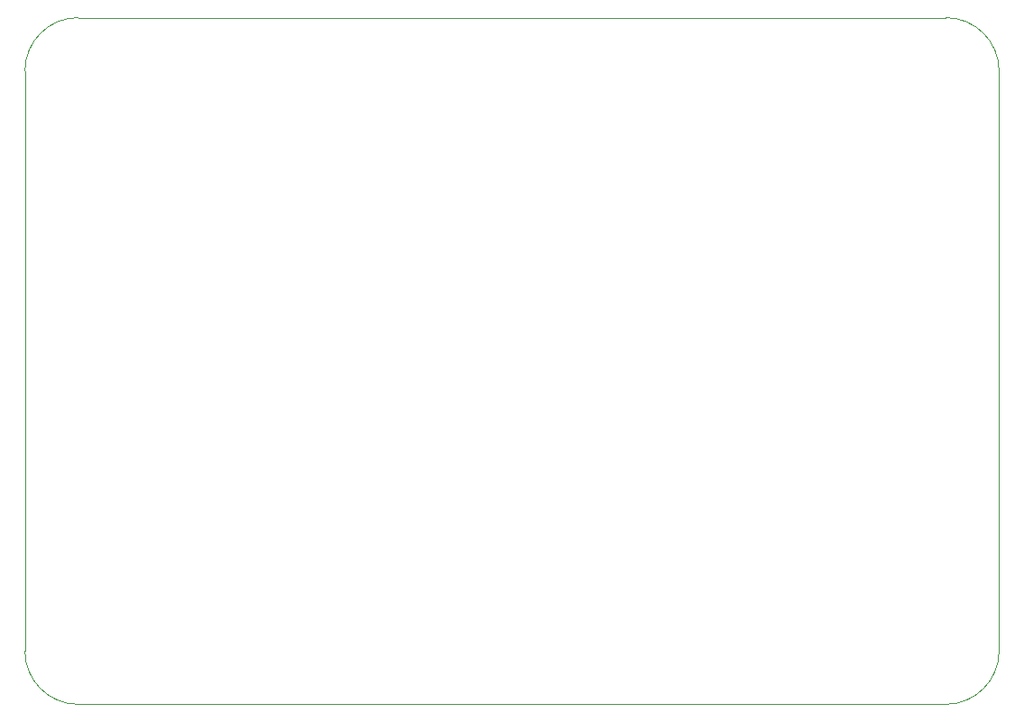
<source format=gbr>
%TF.GenerationSoftware,KiCad,Pcbnew,(7.0.0-0)*%
%TF.CreationDate,2023-02-23T00:37:51-06:00*%
%TF.ProjectId,first_keeb,66697273-745f-46b6-9565-622e6b696361,rev?*%
%TF.SameCoordinates,Original*%
%TF.FileFunction,Profile,NP*%
%FSLAX46Y46*%
G04 Gerber Fmt 4.6, Leading zero omitted, Abs format (unit mm)*
G04 Created by KiCad (PCBNEW (7.0.0-0)) date 2023-02-23 00:37:51*
%MOMM*%
%LPD*%
G01*
G04 APERTURE LIST*
%TA.AperFunction,Profile*%
%ADD10C,0.100000*%
%TD*%
G04 APERTURE END LIST*
D10*
X23500000Y-65500000D02*
G75*
G03*
X18500000Y-70500000I0J-5000000D01*
G01*
X105000000Y-65500000D02*
X23500000Y-65500000D01*
X105000000Y-130000000D02*
G75*
G03*
X110000000Y-125000000I0J5000000D01*
G01*
X23500000Y-130000000D02*
X105000000Y-130000000D01*
X18500000Y-125000000D02*
X18500000Y-70500000D01*
X110000000Y-70500000D02*
X110000000Y-125000000D01*
X18500000Y-125000000D02*
G75*
G03*
X23500000Y-130000000I5000000J0D01*
G01*
X110000000Y-70500000D02*
G75*
G03*
X105000000Y-65500000I-5000000J0D01*
G01*
M02*

</source>
